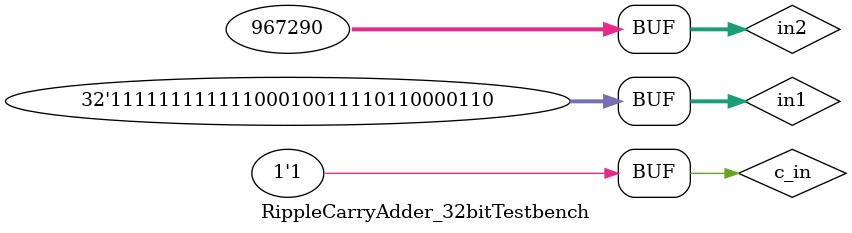
<source format=v>
`timescale 1ns / 1ps
/*
	Assignment Number: 3
	Problem Number: 1 Ripple Carry Adder
	Semester Number: 5
	Group Number: 22 
	Group Members: Nikhil Saraswat(20CS10039), Amit Kumar (20CS30003)
*/
//////////////////////////////////////////////////////////////////////////////////

module RippleCarryAdder_32bitTestbench; // Testbench module for Ripple Carry Adder

	// Unit Under Test (UUT)
	RippleCarryAdder_32bit uut (
		.c_out(c_out),
		.sum(sum),
		.c_in(c_in),
		.in1(in1), 
		.in2(in2)
	);

	// Outputs
	wire [31:0] sum; // Output sum
	wire c_out; // Output carry

	// Inputs
	reg [31:0] in1, in2; // Inputs
	reg c_in; // Input carry


	initial begin
		$monitor ("in1 = %d, in2 = %d, c_in = %d, sum = %d, c_out = %d", in1, in2, c_in, sum, c_out); // Print inputs and outputs
		// Initialize Inputs
		c_in = 0; in1 = 12365438; in2 = 98745672; 
		#100;
		c_in = 1; in1 = 98765678; in2 = 12345432; 
		#100;
		c_in = 0; in1 = 4200007290; in2 = 94960005; 
		#100;
		c_in = 0; in1 = 4000067290; in2 = 294900006; 
		#100;
		c_in = 1; in1 = 4294000006; in2 = 967290; 
	end

      
endmodule // end of RippleCarryAdder_32bitTestbench


</source>
